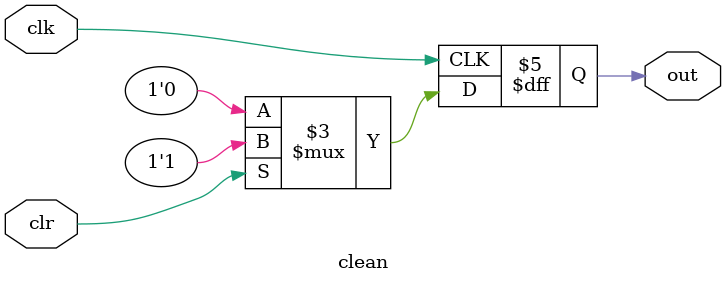
<source format=v>
module clean(
	input clk,
	input clr,
	output reg out
);

always @ (posedge clk)
	begin
		out <= 0;
		if(clr) begin
			out <= 1;
		end else begin
			out <= 0;
		end
	end

endmodule
</source>
